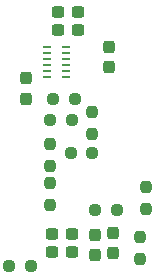
<source format=gbp>
%TF.GenerationSoftware,KiCad,Pcbnew,8.0.1*%
%TF.CreationDate,2024-04-23T06:28:50-07:00*%
%TF.ProjectId,OnOffController,4f6e4f66-6643-46f6-9e74-726f6c6c6572,rev?*%
%TF.SameCoordinates,Original*%
%TF.FileFunction,Paste,Bot*%
%TF.FilePolarity,Positive*%
%FSLAX46Y46*%
G04 Gerber Fmt 4.6, Leading zero omitted, Abs format (unit mm)*
G04 Created by KiCad (PCBNEW 8.0.1) date 2024-04-23 06:28:50*
%MOMM*%
%LPD*%
G01*
G04 APERTURE LIST*
G04 Aperture macros list*
%AMRoundRect*
0 Rectangle with rounded corners*
0 $1 Rounding radius*
0 $2 $3 $4 $5 $6 $7 $8 $9 X,Y pos of 4 corners*
0 Add a 4 corners polygon primitive as box body*
4,1,4,$2,$3,$4,$5,$6,$7,$8,$9,$2,$3,0*
0 Add four circle primitives for the rounded corners*
1,1,$1+$1,$2,$3*
1,1,$1+$1,$4,$5*
1,1,$1+$1,$6,$7*
1,1,$1+$1,$8,$9*
0 Add four rect primitives between the rounded corners*
20,1,$1+$1,$2,$3,$4,$5,0*
20,1,$1+$1,$4,$5,$6,$7,0*
20,1,$1+$1,$6,$7,$8,$9,0*
20,1,$1+$1,$8,$9,$2,$3,0*%
G04 Aperture macros list end*
%ADD10RoundRect,0.237500X-0.237500X0.250000X-0.237500X-0.250000X0.237500X-0.250000X0.237500X0.250000X0*%
%ADD11RoundRect,0.237500X-0.237500X0.287500X-0.237500X-0.287500X0.237500X-0.287500X0.237500X0.287500X0*%
%ADD12RoundRect,0.237500X0.250000X0.237500X-0.250000X0.237500X-0.250000X-0.237500X0.250000X-0.237500X0*%
%ADD13RoundRect,0.237500X0.300000X0.237500X-0.300000X0.237500X-0.300000X-0.237500X0.300000X-0.237500X0*%
%ADD14RoundRect,0.237500X0.237500X-0.300000X0.237500X0.300000X-0.237500X0.300000X-0.237500X-0.300000X0*%
%ADD15RoundRect,0.237500X-0.300000X-0.237500X0.300000X-0.237500X0.300000X0.237500X-0.300000X0.237500X0*%
%ADD16RoundRect,0.237500X0.237500X-0.250000X0.237500X0.250000X-0.237500X0.250000X-0.237500X-0.250000X0*%
%ADD17RoundRect,0.237500X-0.250000X-0.237500X0.250000X-0.237500X0.250000X0.237500X-0.250000X0.237500X0*%
%ADD18R,0.700000X0.250000*%
G04 APERTURE END LIST*
D10*
%TO.C,R8*%
X156210000Y-85701500D03*
X156210000Y-87526500D03*
%TD*%
D11*
%TO.C,D3*%
X154178000Y-80151000D03*
X154178000Y-81901000D03*
%TD*%
D12*
%TO.C,R6*%
X158011500Y-83693000D03*
X156186500Y-83693000D03*
%TD*%
%TO.C,R9*%
X158265500Y-81915000D03*
X156440500Y-81915000D03*
%TD*%
D13*
%TO.C,C7*%
X158596500Y-74549000D03*
X156871500Y-74549000D03*
%TD*%
D14*
%TO.C,C6*%
X161163000Y-79221500D03*
X161163000Y-77496500D03*
%TD*%
D13*
%TO.C,C5*%
X158596500Y-76073000D03*
X156871500Y-76073000D03*
%TD*%
D15*
%TO.C,C4*%
X156363500Y-93345000D03*
X158088500Y-93345000D03*
%TD*%
D14*
%TO.C,C1*%
X161544000Y-94969500D03*
X161544000Y-93244500D03*
%TD*%
D16*
%TO.C,R4*%
X164338000Y-91186000D03*
X164338000Y-89361000D03*
%TD*%
%TO.C,R5*%
X159766000Y-84859500D03*
X159766000Y-83034500D03*
%TD*%
D12*
%TO.C,R7*%
X159766000Y-86487000D03*
X157941000Y-86487000D03*
%TD*%
D10*
%TO.C,R10*%
X156210000Y-89003500D03*
X156210000Y-90828500D03*
%TD*%
D17*
%TO.C,R2*%
X159996500Y-91313000D03*
X161821500Y-91313000D03*
%TD*%
D18*
%TO.C,U1*%
X157518000Y-77490000D03*
X157518000Y-77990000D03*
X157518000Y-78490000D03*
X157518000Y-78990000D03*
X157518000Y-79490000D03*
X157518000Y-79990000D03*
X155918000Y-79990000D03*
X155918000Y-79490000D03*
X155918000Y-78990000D03*
X155918000Y-78490000D03*
X155918000Y-77990000D03*
X155918000Y-77490000D03*
%TD*%
D16*
%TO.C,R3*%
X163830000Y-95400500D03*
X163830000Y-93575500D03*
%TD*%
D17*
%TO.C,R1*%
X152757500Y-96012000D03*
X154582500Y-96012000D03*
%TD*%
D14*
%TO.C,C2*%
X160020000Y-95096500D03*
X160020000Y-93371500D03*
%TD*%
D15*
%TO.C,C3*%
X156363500Y-94869000D03*
X158088500Y-94869000D03*
%TD*%
M02*

</source>
